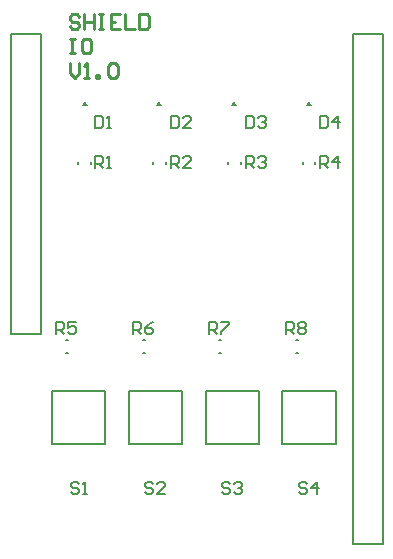
<source format=gto>
G04*
G04 #@! TF.GenerationSoftware,Altium Limited,Altium Designer,20.0.11 (256)*
G04*
G04 Layer_Color=65535*
%FSLAX25Y25*%
%MOIN*%
G70*
G01*
G75*
%ADD10C,0.00600*%
%ADD11C,0.00787*%
%ADD12C,0.01000*%
%ADD13C,0.00800*%
G36*
X24590Y147232D02*
X26591D01*
X25591Y148732D01*
X24590Y147232D01*
D02*
G37*
G36*
X49525D02*
X51525D01*
X50525Y148732D01*
X49525Y147232D01*
D02*
G37*
G36*
X74459D02*
X76459D01*
X75459Y148732D01*
X74459Y147232D01*
D02*
G37*
G36*
X99394D02*
X101394D01*
X100394Y148732D01*
X99394Y147232D01*
D02*
G37*
D10*
X102494Y127614D02*
Y128292D01*
X98294Y127614D02*
Y128292D01*
X77559Y127614D02*
Y128292D01*
X73359Y127614D02*
Y128292D01*
X52625Y127614D02*
Y128292D01*
X48425Y127614D02*
Y128292D01*
X27691Y127614D02*
Y128292D01*
X23491Y127614D02*
Y128292D01*
X19346Y64829D02*
X20024D01*
X19346Y69029D02*
X20024D01*
X44936Y64829D02*
X45615D01*
X44936Y69029D02*
X45615D01*
X70527Y64829D02*
X71205D01*
X70527Y69029D02*
X71205D01*
X96118Y64829D02*
X96796D01*
X96118Y69029D02*
X96796D01*
X91535Y52165D02*
X109252D01*
X91535Y34449D02*
Y52165D01*
Y34449D02*
X109252D01*
Y52165D01*
X65945D02*
X83661D01*
X65945Y34449D02*
Y52165D01*
Y34449D02*
X83661D01*
Y52165D01*
X14764D02*
X32480D01*
X14764Y34449D02*
Y52165D01*
Y34449D02*
X32480D01*
Y52165D01*
X40354D02*
X58071D01*
X40354Y34449D02*
Y52165D01*
Y34449D02*
X58071D01*
Y52165D01*
D11*
X905Y78405D02*
Y170905D01*
Y70906D02*
Y78405D01*
Y70906D02*
X10905D01*
Y170905D01*
X905D02*
X10905D01*
X125079Y905D02*
Y163406D01*
Y170905D01*
X115079D02*
X125079D01*
X115079Y905D02*
Y170905D01*
Y905D02*
X125079D01*
D12*
X23884Y176827D02*
X23084Y177627D01*
X21485D01*
X20685Y176827D01*
Y176027D01*
X21485Y175227D01*
X23084D01*
X23884Y174428D01*
Y173628D01*
X23084Y172828D01*
X21485D01*
X20685Y173628D01*
X25484Y177627D02*
Y172828D01*
Y175227D01*
X28683D01*
Y177627D01*
Y172828D01*
X30282Y177627D02*
X31881D01*
X31082D01*
Y172828D01*
X30282D01*
X31881D01*
X37480Y177627D02*
X34281D01*
Y172828D01*
X37480D01*
X34281Y175227D02*
X35880D01*
X39079Y177627D02*
Y172828D01*
X42278D01*
X43878Y177627D02*
Y172828D01*
X46277D01*
X47076Y173628D01*
Y176827D01*
X46277Y177627D01*
X43878D01*
X20685Y169468D02*
X22285D01*
X21485D01*
Y164670D01*
X20685D01*
X22285D01*
X27083Y169468D02*
X25484D01*
X24684Y168669D01*
Y165470D01*
X25484Y164670D01*
X27083D01*
X27883Y165470D01*
Y168669D01*
X27083Y169468D01*
X20685Y161310D02*
Y158111D01*
X22285Y156512D01*
X23884Y158111D01*
Y161310D01*
X25484Y156512D02*
X27083D01*
X26283D01*
Y161310D01*
X25484Y160511D01*
X29482Y156512D02*
Y157312D01*
X30282D01*
Y156512D01*
X29482D01*
X33481Y160511D02*
X34281Y161310D01*
X35880D01*
X36680Y160511D01*
Y157312D01*
X35880Y156512D01*
X34281D01*
X33481Y157312D01*
Y160511D01*
D13*
X99727Y21018D02*
X99061Y21684D01*
X97728D01*
X97062Y21018D01*
Y20351D01*
X97728Y19685D01*
X99061D01*
X99727Y19019D01*
Y18352D01*
X99061Y17686D01*
X97728D01*
X97062Y18352D01*
X103059Y17686D02*
Y21684D01*
X101060Y19685D01*
X103726D01*
X74137Y21018D02*
X73470Y21684D01*
X72137D01*
X71471Y21018D01*
Y20351D01*
X72137Y19685D01*
X73470D01*
X74137Y19019D01*
Y18352D01*
X73470Y17686D01*
X72137D01*
X71471Y18352D01*
X75470Y21018D02*
X76136Y21684D01*
X77469D01*
X78135Y21018D01*
Y20351D01*
X77469Y19685D01*
X76802D01*
X77469D01*
X78135Y19019D01*
Y18352D01*
X77469Y17686D01*
X76136D01*
X75470Y18352D01*
X48546Y21018D02*
X47880Y21684D01*
X46547D01*
X45880Y21018D01*
Y20351D01*
X46547Y19685D01*
X47880D01*
X48546Y19019D01*
Y18352D01*
X47880Y17686D01*
X46547D01*
X45880Y18352D01*
X52545Y17686D02*
X49879D01*
X52545Y20351D01*
Y21018D01*
X51878Y21684D01*
X50546D01*
X49879Y21018D01*
X23622D02*
X22956Y21684D01*
X21623D01*
X20956Y21018D01*
Y20351D01*
X21623Y19685D01*
X22956D01*
X23622Y19019D01*
Y18352D01*
X22956Y17686D01*
X21623D01*
X20956Y18352D01*
X24955Y17686D02*
X26288D01*
X25621D01*
Y21684D01*
X24955Y21018D01*
X92785Y71201D02*
Y75199D01*
X94785D01*
X95451Y74533D01*
Y73200D01*
X94785Y72534D01*
X92785D01*
X94118D02*
X95451Y71201D01*
X96784Y74533D02*
X97450Y75199D01*
X98783D01*
X99450Y74533D01*
Y73866D01*
X98783Y73200D01*
X99450Y72534D01*
Y71867D01*
X98783Y71201D01*
X97450D01*
X96784Y71867D01*
Y72534D01*
X97450Y73200D01*
X96784Y73866D01*
Y74533D01*
X97450Y73200D02*
X98783D01*
X67195Y71201D02*
Y75199D01*
X69194D01*
X69861Y74533D01*
Y73200D01*
X69194Y72534D01*
X67195D01*
X68528D02*
X69861Y71201D01*
X71193Y75199D02*
X73859D01*
Y74533D01*
X71193Y71867D01*
Y71201D01*
X41604D02*
Y75199D01*
X43604D01*
X44270Y74533D01*
Y73200D01*
X43604Y72534D01*
X41604D01*
X42937D02*
X44270Y71201D01*
X48269Y75199D02*
X46936Y74533D01*
X45603Y73200D01*
Y71867D01*
X46269Y71201D01*
X47602D01*
X48269Y71867D01*
Y72534D01*
X47602Y73200D01*
X45603D01*
X16014Y71201D02*
Y75199D01*
X18013D01*
X18679Y74533D01*
Y73200D01*
X18013Y72534D01*
X16014D01*
X17346D02*
X18679Y71201D01*
X22678Y75199D02*
X20012D01*
Y73200D01*
X21345Y73866D01*
X22012D01*
X22678Y73200D01*
Y71867D01*
X22012Y71201D01*
X20679D01*
X20012Y71867D01*
X104068Y126293D02*
Y130291D01*
X106067D01*
X106734Y129625D01*
Y128292D01*
X106067Y127626D01*
X104068D01*
X105401D02*
X106734Y126293D01*
X110066D02*
Y130291D01*
X108066Y128292D01*
X110732D01*
X79468Y126293D02*
Y130291D01*
X81467D01*
X82134Y129625D01*
Y128292D01*
X81467Y127626D01*
X79468D01*
X80801D02*
X82134Y126293D01*
X83467Y129625D02*
X84133Y130291D01*
X85466D01*
X86132Y129625D01*
Y128958D01*
X85466Y128292D01*
X84799D01*
X85466D01*
X86132Y127626D01*
Y126959D01*
X85466Y126293D01*
X84133D01*
X83467Y126959D01*
X54268Y126401D02*
Y130399D01*
X56267D01*
X56934Y129733D01*
Y128400D01*
X56267Y127734D01*
X54268D01*
X55601D02*
X56934Y126401D01*
X60932D02*
X58267D01*
X60932Y129067D01*
Y129733D01*
X60266Y130399D01*
X58933D01*
X58267Y129733D01*
X29134Y126293D02*
Y130291D01*
X31134D01*
X31800Y129625D01*
Y128292D01*
X31134Y127626D01*
X29134D01*
X30467D02*
X31800Y126293D01*
X33133D02*
X34466D01*
X33799D01*
Y130291D01*
X33133Y129625D01*
X104068Y143599D02*
Y139601D01*
X106067D01*
X106734Y140267D01*
Y142933D01*
X106067Y143599D01*
X104068D01*
X110066Y139601D02*
Y143599D01*
X108066Y141600D01*
X110732D01*
X79468Y143599D02*
Y139601D01*
X81467D01*
X82134Y140267D01*
Y142933D01*
X81467Y143599D01*
X79468D01*
X83467Y142933D02*
X84133Y143599D01*
X85466D01*
X86132Y142933D01*
Y142266D01*
X85466Y141600D01*
X84799D01*
X85466D01*
X86132Y140934D01*
Y140267D01*
X85466Y139601D01*
X84133D01*
X83467Y140267D01*
X54268Y143599D02*
Y139601D01*
X56267D01*
X56934Y140267D01*
Y142933D01*
X56267Y143599D01*
X54268D01*
X60932Y139601D02*
X58267D01*
X60932Y142266D01*
Y142933D01*
X60266Y143599D01*
X58933D01*
X58267Y142933D01*
X29134Y143599D02*
Y139601D01*
X31134D01*
X31800Y140267D01*
Y142933D01*
X31134Y143599D01*
X29134D01*
X33133Y139601D02*
X34466D01*
X33799D01*
Y143599D01*
X33133Y142933D01*
M02*

</source>
